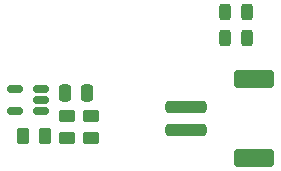
<source format=gtp>
G04 #@! TF.GenerationSoftware,KiCad,Pcbnew,(6.0.0-0)*
G04 #@! TF.CreationDate,2023-05-16T16:06:40-07:00*
G04 #@! TF.ProjectId,ItsyBitsy breadboard,49747379-4269-4747-9379-206272656164,0.0.0*
G04 #@! TF.SameCoordinates,Original*
G04 #@! TF.FileFunction,Paste,Top*
G04 #@! TF.FilePolarity,Positive*
%FSLAX46Y46*%
G04 Gerber Fmt 4.6, Leading zero omitted, Abs format (unit mm)*
G04 Created by KiCad (PCBNEW (6.0.0-0)) date 2023-05-16 16:06:40*
%MOMM*%
%LPD*%
G01*
G04 APERTURE LIST*
G04 Aperture macros list*
%AMRoundRect*
0 Rectangle with rounded corners*
0 $1 Rounding radius*
0 $2 $3 $4 $5 $6 $7 $8 $9 X,Y pos of 4 corners*
0 Add a 4 corners polygon primitive as box body*
4,1,4,$2,$3,$4,$5,$6,$7,$8,$9,$2,$3,0*
0 Add four circle primitives for the rounded corners*
1,1,$1+$1,$2,$3*
1,1,$1+$1,$4,$5*
1,1,$1+$1,$6,$7*
1,1,$1+$1,$8,$9*
0 Add four rect primitives between the rounded corners*
20,1,$1+$1,$2,$3,$4,$5,0*
20,1,$1+$1,$4,$5,$6,$7,0*
20,1,$1+$1,$6,$7,$8,$9,0*
20,1,$1+$1,$8,$9,$2,$3,0*%
G04 Aperture macros list end*
%ADD10RoundRect,0.250000X1.500000X-0.250000X1.500000X0.250000X-1.500000X0.250000X-1.500000X-0.250000X0*%
%ADD11RoundRect,0.250001X1.449999X-0.499999X1.449999X0.499999X-1.449999X0.499999X-1.449999X-0.499999X0*%
%ADD12RoundRect,0.250000X0.250000X0.475000X-0.250000X0.475000X-0.250000X-0.475000X0.250000X-0.475000X0*%
%ADD13RoundRect,0.243750X0.243750X0.456250X-0.243750X0.456250X-0.243750X-0.456250X0.243750X-0.456250X0*%
%ADD14RoundRect,0.250000X0.450000X-0.262500X0.450000X0.262500X-0.450000X0.262500X-0.450000X-0.262500X0*%
%ADD15RoundRect,0.250000X-0.262500X-0.450000X0.262500X-0.450000X0.262500X0.450000X-0.262500X0.450000X0*%
%ADD16RoundRect,0.150000X0.512500X0.150000X-0.512500X0.150000X-0.512500X-0.150000X0.512500X-0.150000X0*%
G04 APERTURE END LIST*
D10*
X149550000Y-109000000D03*
X149550000Y-107000000D03*
D11*
X155300000Y-104650000D03*
X155300000Y-111350000D03*
D12*
X141158000Y-105800000D03*
X139258000Y-105800000D03*
D13*
X154683700Y-101200000D03*
X152808700Y-101200000D03*
X154687500Y-99000000D03*
X152812500Y-99000000D03*
D14*
X139446000Y-109612500D03*
X139446000Y-107787500D03*
X141478000Y-109624500D03*
X141478000Y-107799500D03*
D15*
X135739500Y-109474000D03*
X137564500Y-109474000D03*
D16*
X137281500Y-107376000D03*
X137281500Y-106426000D03*
X137281500Y-105476000D03*
X135006500Y-105476000D03*
X135006500Y-107376000D03*
M02*

</source>
